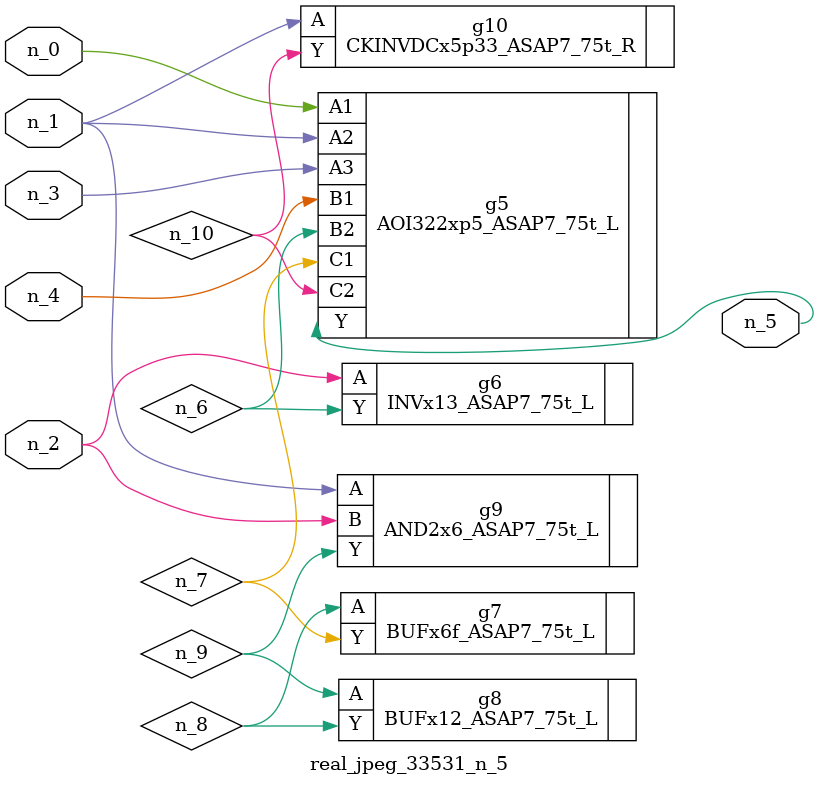
<source format=v>
module real_jpeg_33531_n_5 (n_4, n_0, n_1, n_2, n_3, n_5);

input n_4;
input n_0;
input n_1;
input n_2;
input n_3;

output n_5;

wire n_8;
wire n_6;
wire n_7;
wire n_10;
wire n_9;

AOI322xp5_ASAP7_75t_L g5 ( 
.A1(n_0),
.A2(n_1),
.A3(n_3),
.B1(n_4),
.B2(n_6),
.C1(n_7),
.C2(n_10),
.Y(n_5)
);

AND2x6_ASAP7_75t_L g9 ( 
.A(n_1),
.B(n_2),
.Y(n_9)
);

CKINVDCx5p33_ASAP7_75t_R g10 ( 
.A(n_1),
.Y(n_10)
);

INVx13_ASAP7_75t_L g6 ( 
.A(n_2),
.Y(n_6)
);

BUFx6f_ASAP7_75t_L g7 ( 
.A(n_8),
.Y(n_7)
);

BUFx12_ASAP7_75t_L g8 ( 
.A(n_9),
.Y(n_8)
);


endmodule
</source>
